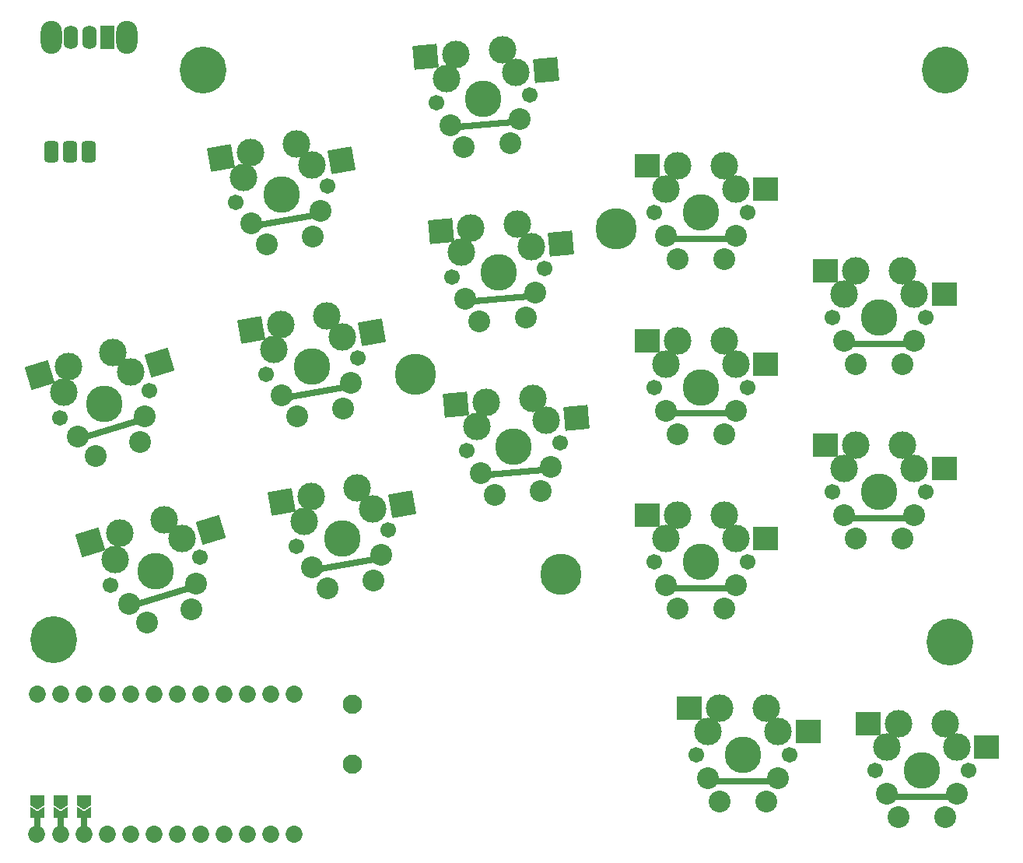
<source format=gbr>
%TF.GenerationSoftware,KiCad,Pcbnew,7.0.2*%
%TF.CreationDate,2023-09-29T14:12:54+02:00*%
%TF.ProjectId,wizza,77697a7a-612e-46b6-9963-61645f706362,v1.0.0*%
%TF.SameCoordinates,Original*%
%TF.FileFunction,Soldermask,Top*%
%TF.FilePolarity,Negative*%
%FSLAX46Y46*%
G04 Gerber Fmt 4.6, Leading zero omitted, Abs format (unit mm)*
G04 Created by KiCad (PCBNEW 7.0.2) date 2023-09-29 14:12:54*
%MOMM*%
%LPD*%
G01*
G04 APERTURE LIST*
G04 Aperture macros list*
%AMRoundRect*
0 Rectangle with rounded corners*
0 $1 Rounding radius*
0 $2 $3 $4 $5 $6 $7 $8 $9 X,Y pos of 4 corners*
0 Add a 4 corners polygon primitive as box body*
4,1,4,$2,$3,$4,$5,$6,$7,$8,$9,$2,$3,0*
0 Add four circle primitives for the rounded corners*
1,1,$1+$1,$2,$3*
1,1,$1+$1,$4,$5*
1,1,$1+$1,$6,$7*
1,1,$1+$1,$8,$9*
0 Add four rect primitives between the rounded corners*
20,1,$1+$1,$2,$3,$4,$5,0*
20,1,$1+$1,$4,$5,$6,$7,0*
20,1,$1+$1,$6,$7,$8,$9,0*
20,1,$1+$1,$8,$9,$2,$3,0*%
%AMFreePoly0*
4,1,16,0.535355,0.785355,0.550000,0.750000,0.550000,-0.750000,0.535355,-0.785355,0.500000,-0.800000,-0.650000,-0.800000,-0.685355,-0.785355,-0.700000,-0.750000,-0.691603,-0.722265,-0.210093,0.000000,-0.691603,0.722265,-0.699029,0.759806,-0.677735,0.791603,-0.650000,0.800000,0.500000,0.800000,0.535355,0.785355,0.535355,0.785355,$1*%
%AMFreePoly1*
4,1,16,0.535355,0.785355,0.541603,0.777735,1.041603,0.027735,1.049029,-0.009806,1.041603,-0.027735,0.541603,-0.777735,0.509806,-0.799029,0.500000,-0.800000,-0.500000,-0.800000,-0.535355,-0.785355,-0.550000,-0.750000,-0.550000,0.750000,-0.535355,0.785355,-0.500000,0.800000,0.500000,0.800000,0.535355,0.785355,0.535355,0.785355,$1*%
G04 Aperture macros list end*
%ADD10O,2.300000X3.600000*%
%ADD11RoundRect,0.050000X0.750000X1.250000X-0.750000X1.250000X-0.750000X-1.250000X0.750000X-1.250000X0*%
%ADD12O,1.600000X2.600000*%
%ADD13C,1.701800*%
%ADD14C,3.987800*%
%ADD15C,3.000000*%
%ADD16RoundRect,0.050000X-1.161204X-1.356367X1.379093X-1.134120X1.161204X1.356367X-1.379093X1.134120X0*%
%ADD17C,2.386000*%
%ADD18RoundRect,0.197609X3.635590X0.466246X-3.661319X-0.172151X-3.635590X-0.466246X3.661319X0.172151X0*%
%ADD19RoundRect,0.050000X-1.038570X-1.452411X1.472690X-1.009608X1.038570X1.452411X-1.472690X1.009608X0*%
%ADD20RoundRect,0.197609X3.581119X0.781334X-3.632383X-0.490601X-3.581119X-0.781334X3.632383X0.490601X0*%
%ADD21RoundRect,0.050000X-0.250000X-0.762000X0.250000X-0.762000X0.250000X0.762000X-0.250000X0.762000X0*%
%ADD22C,1.852600*%
%ADD23FreePoly0,270.000000*%
%ADD24FreePoly1,270.000000*%
%ADD25C,4.500000*%
%ADD26RoundRect,0.050000X-0.853824X-1.568155X1.584753X-0.822607X0.853824X1.568155X-1.584753X0.822607X0*%
%ADD27RoundRect,0.197609X3.459205X1.211939X-3.545519X-0.929620X-3.459205X-1.211939X3.545519X0.929620X0*%
%ADD28C,5.100000*%
%ADD29RoundRect,0.050000X-1.275000X-1.250000X1.275000X-1.250000X1.275000X1.250000X-1.275000X1.250000X0*%
%ADD30RoundRect,0.197609X3.662391X0.147609X-3.662391X0.147609X-3.662391X-0.147609X3.662391X-0.147609X0*%
%ADD31RoundRect,0.425000X-0.375000X-0.750000X0.375000X-0.750000X0.375000X0.750000X-0.375000X0.750000X0*%
%ADD32C,2.100000*%
G04 APERTURE END LIST*
D10*
%TO.C,SW37*%
X208650000Y-58900000D03*
X200450000Y-58900000D03*
D11*
X206550000Y-58900000D03*
D12*
X204550000Y-58900000D03*
X202550000Y-58900000D03*
%TD*%
D13*
%TO.C,S7*%
X254151493Y-84062966D03*
D14*
X249090824Y-84505717D03*
D13*
X244030155Y-84948468D03*
D15*
X246117738Y-79666424D03*
X245073947Y-82307446D03*
X251178407Y-79223672D03*
X252664950Y-81643319D03*
D16*
X255927488Y-81357884D03*
D17*
X252063910Y-89345010D03*
X247003241Y-89787762D03*
X253107701Y-86703988D03*
D18*
X249337930Y-87330146D03*
D16*
X242828303Y-79954212D03*
D17*
X245516698Y-87368115D03*
%TD*%
D15*
%TO.C,S8*%
X244461779Y-60738725D03*
D13*
X252495534Y-65135267D03*
D14*
X247434865Y-65578018D03*
D15*
X249522448Y-60295973D03*
D13*
X242374196Y-66020769D03*
D15*
X243417988Y-63379747D03*
X251008991Y-62715620D03*
D17*
X245347282Y-70860063D03*
X250407951Y-70417311D03*
D16*
X254271529Y-62430185D03*
D17*
X243860739Y-68440416D03*
D18*
X247681971Y-68402447D03*
D16*
X241172344Y-61026513D03*
D17*
X251451742Y-67776289D03*
%TD*%
D14*
%TO.C,S4*%
X228826421Y-94688497D03*
D13*
X223823598Y-95570630D03*
D15*
X225442877Y-90126740D03*
X224633237Y-92848685D03*
X232137472Y-91525486D03*
D13*
X233829244Y-93806364D03*
D15*
X230445700Y-89244607D03*
D19*
X235362718Y-90956788D03*
D17*
X232209965Y-99250254D03*
X227207142Y-100132387D03*
D20*
X229318751Y-97480642D03*
D19*
X222191041Y-90700126D03*
D17*
X233019605Y-96528309D03*
X225515370Y-97851508D03*
%TD*%
D21*
%TO.C,MCU1*%
X203962000Y-144242523D03*
D22*
X198798254Y-145574000D03*
D21*
X198882000Y-144242523D03*
D22*
X198882000Y-130334000D03*
X201422000Y-145574000D03*
D23*
X203962000Y-143317523D03*
D22*
X203962000Y-130334000D03*
D21*
X201422000Y-144242523D03*
D22*
X201422000Y-130334000D03*
D23*
X201422000Y-143317523D03*
X198882000Y-143317523D03*
D22*
X203962000Y-145574000D03*
D24*
X198882000Y-141867523D03*
X201422000Y-141867523D03*
X203962000Y-141867523D03*
D22*
X206502000Y-145574000D03*
X209042000Y-145574000D03*
X211582000Y-145574000D03*
X214122000Y-145574000D03*
X216662000Y-145574000D03*
X219202000Y-145574000D03*
X221742000Y-145574000D03*
X224282000Y-145574000D03*
X226822000Y-145574000D03*
X206502000Y-130334000D03*
X209042000Y-130334000D03*
X211582000Y-130334000D03*
X214122000Y-130334000D03*
X216662000Y-130334000D03*
X219202000Y-130334000D03*
X221742000Y-130334000D03*
X224282000Y-130334000D03*
X226822000Y-130334000D03*
%TD*%
D25*
%TO.C,*%
X255913847Y-117348000D03*
X261874000Y-79717074D03*
X240078461Y-95552461D03*
%TD*%
D15*
%TO.C,S1*%
X207380041Y-115673763D03*
D14*
X211766186Y-116988841D03*
D15*
X212709952Y-111388189D03*
D13*
X216624214Y-115503593D03*
D15*
X207851924Y-112873437D03*
X214667083Y-113445891D03*
D13*
X206908158Y-118474089D03*
D17*
X215680448Y-121104245D03*
X210822420Y-122589493D03*
D26*
X217798981Y-112488373D03*
D17*
X216152331Y-118303919D03*
D27*
X212595124Y-119700173D03*
D26*
X204694205Y-113838848D03*
D17*
X208865289Y-120531791D03*
%TD*%
D28*
%TO.C,*%
X200660000Y-124460000D03*
%TD*%
D15*
%TO.C,S9*%
X273655601Y-110906367D03*
D13*
X266035601Y-115986367D03*
D14*
X271115601Y-115986367D03*
D15*
X274925601Y-113446367D03*
X267305601Y-113446367D03*
X268575601Y-110906367D03*
D13*
X276195601Y-115986367D03*
D29*
X278200601Y-113446367D03*
D17*
X268575601Y-121066367D03*
X273655601Y-121066367D03*
D29*
X265273601Y-110906367D03*
D17*
X267305601Y-118526367D03*
D30*
X271115601Y-118821585D03*
D17*
X274925601Y-118526367D03*
%TD*%
D14*
%TO.C,S12*%
X290515601Y-108386367D03*
D13*
X285435601Y-108386367D03*
D15*
X286705601Y-105846367D03*
X287975601Y-103306367D03*
X293055601Y-103306367D03*
D13*
X295595601Y-108386367D03*
D15*
X294325601Y-105846367D03*
D17*
X287975601Y-113466367D03*
X293055601Y-113466367D03*
D29*
X297600601Y-105846367D03*
D17*
X286705601Y-110926367D03*
D30*
X290515601Y-111221585D03*
D29*
X284673601Y-103306367D03*
D17*
X294325601Y-110926367D03*
%TD*%
D13*
%TO.C,S14*%
X270660601Y-136986367D03*
D15*
X271930601Y-134446367D03*
X279550601Y-134446367D03*
X278280601Y-131906367D03*
D13*
X280820601Y-136986367D03*
D15*
X273200601Y-131906367D03*
D14*
X275740601Y-136986367D03*
D17*
X278280601Y-142066367D03*
X273200601Y-142066367D03*
D29*
X282825601Y-134446367D03*
X269898601Y-131906367D03*
D17*
X271930601Y-139526367D03*
X279550601Y-139526367D03*
D30*
X275740601Y-139821585D03*
%TD*%
D13*
%TO.C,S3*%
X227122914Y-114281977D03*
D15*
X227932553Y-111560032D03*
D13*
X237128560Y-112517711D03*
D14*
X232125737Y-113399844D03*
D15*
X235436788Y-110236833D03*
X233745016Y-107955954D03*
X228742193Y-108838087D03*
D17*
X235509281Y-117961601D03*
D19*
X238662034Y-109668135D03*
D17*
X230506458Y-118843734D03*
X228814686Y-116562855D03*
D19*
X225490357Y-109411473D03*
D17*
X236318921Y-115239656D03*
D20*
X232618067Y-116191989D03*
%TD*%
D28*
%TO.C,*%
X297688000Y-62484000D03*
%TD*%
%TO.C,*%
X216916000Y-62484000D03*
%TD*%
D15*
%TO.C,S6*%
X254320910Y-100571018D03*
D14*
X250746784Y-103433416D03*
D13*
X245686115Y-103876167D03*
D15*
X252834367Y-98151371D03*
X246729907Y-101235145D03*
X247773698Y-98594123D03*
D13*
X255807453Y-102990665D03*
D16*
X257583448Y-100285583D03*
D17*
X253719870Y-108272709D03*
X248659201Y-108715461D03*
D16*
X244484263Y-98881911D03*
D17*
X254763661Y-105631687D03*
X247172658Y-106295814D03*
D18*
X250993890Y-106257845D03*
%TD*%
D28*
%TO.C,*%
X298196000Y-124714000D03*
%TD*%
D15*
%TO.C,S15*%
X292600601Y-133616367D03*
D13*
X300220601Y-138696367D03*
D14*
X295140601Y-138696367D03*
D13*
X290060601Y-138696367D03*
D15*
X298950601Y-136156367D03*
X297680601Y-133616367D03*
X291330601Y-136156367D03*
D17*
X292600601Y-143776367D03*
X297680601Y-143776367D03*
D29*
X302225601Y-136156367D03*
D17*
X291330601Y-141236367D03*
D29*
X289298601Y-133616367D03*
D17*
X298950601Y-141236367D03*
D30*
X295140601Y-141531585D03*
%TD*%
D31*
%TO.C,PAD1*%
X204470000Y-71374000D03*
X202470000Y-71374000D03*
X200470000Y-71374000D03*
%TD*%
D32*
%TO.C,B1*%
X233172000Y-137954000D03*
X233172000Y-131454000D03*
%TD*%
D15*
%TO.C,S11*%
X268575601Y-72906367D03*
D14*
X271115601Y-77986367D03*
D15*
X273655601Y-72906367D03*
X267305601Y-75446367D03*
X274925601Y-75446367D03*
D13*
X276195601Y-77986367D03*
X266035601Y-77986367D03*
D17*
X273655601Y-83066367D03*
D29*
X278200601Y-75446367D03*
D17*
X268575601Y-83066367D03*
X267305601Y-80526367D03*
D30*
X271115601Y-80821585D03*
D17*
X274925601Y-80526367D03*
D29*
X265273601Y-72906367D03*
%TD*%
D13*
%TO.C,S2*%
X201353095Y-100304298D03*
D15*
X209112020Y-95276100D03*
X207154889Y-93218398D03*
X202296861Y-94703646D03*
X201824978Y-97503972D03*
D13*
X211069151Y-97333802D03*
D14*
X206211123Y-98819050D03*
D26*
X212243918Y-94318582D03*
D17*
X205267357Y-104419702D03*
X210125385Y-102934454D03*
D26*
X199139142Y-95669057D03*
D17*
X210597268Y-100134128D03*
X203310226Y-102362000D03*
D27*
X207040061Y-101530382D03*
%TD*%
D15*
%TO.C,S13*%
X293055601Y-84306367D03*
X287975601Y-84306367D03*
D13*
X285435601Y-89386367D03*
X295595601Y-89386367D03*
D14*
X290515601Y-89386367D03*
D15*
X286705601Y-86846367D03*
X294325601Y-86846367D03*
D29*
X297600601Y-86846367D03*
D17*
X293055601Y-94466367D03*
X287975601Y-94466367D03*
D30*
X290515601Y-92221585D03*
D17*
X286705601Y-91926367D03*
X294325601Y-91926367D03*
D29*
X284673601Y-84306367D03*
%TD*%
D15*
%TO.C,S5*%
X227146385Y-70533260D03*
X221333922Y-74137338D03*
D13*
X230529929Y-75095017D03*
D14*
X225527106Y-75977150D03*
D13*
X220524283Y-76859283D03*
D15*
X222143562Y-71415393D03*
X228838157Y-72814139D03*
D19*
X232063403Y-72245441D03*
D17*
X228910650Y-80538907D03*
X223907827Y-81421040D03*
X229720290Y-77816962D03*
D20*
X226019436Y-78769295D03*
D17*
X222216055Y-79140161D03*
D19*
X218891726Y-71988779D03*
%TD*%
D15*
%TO.C,S10*%
X268575601Y-91906367D03*
D13*
X276195601Y-96986367D03*
D15*
X267305601Y-94446367D03*
D14*
X271115601Y-96986367D03*
D13*
X266035601Y-96986367D03*
D15*
X273655601Y-91906367D03*
X274925601Y-94446367D03*
D29*
X278200601Y-94446367D03*
D17*
X268575601Y-102066367D03*
X273655601Y-102066367D03*
D30*
X271115601Y-99821585D03*
D29*
X265273601Y-91906367D03*
D17*
X274925601Y-99526367D03*
X267305601Y-99526367D03*
%TD*%
M02*

</source>
